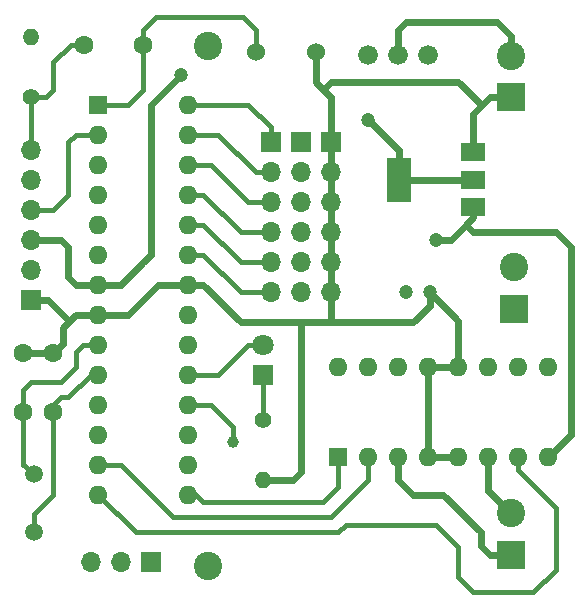
<source format=gbl>
G04 #@! TF.GenerationSoftware,KiCad,Pcbnew,(5.1.4)-1*
G04 #@! TF.CreationDate,2019-08-18T14:13:06+02:00*
G04 #@! TF.ProjectId,MicoBot1,4d69636f-426f-4743-912e-6b696361645f,rev?*
G04 #@! TF.SameCoordinates,Original*
G04 #@! TF.FileFunction,Copper,L2,Bot*
G04 #@! TF.FilePolarity,Positive*
%FSLAX46Y46*%
G04 Gerber Fmt 4.6, Leading zero omitted, Abs format (unit mm)*
G04 Created by KiCad (PCBNEW (5.1.4)-1) date 2019-08-18 14:13:06*
%MOMM*%
%LPD*%
G04 APERTURE LIST*
%ADD10C,2.400000*%
%ADD11R,1.600000X1.600000*%
%ADD12O,1.600000X1.600000*%
%ADD13C,1.524000*%
%ADD14R,2.000000X3.800000*%
%ADD15R,2.000000X1.500000*%
%ADD16C,1.676400*%
%ADD17C,1.400000*%
%ADD18O,1.400000X1.400000*%
%ADD19R,1.800000X1.800000*%
%ADD20C,1.800000*%
%ADD21C,1.600000*%
%ADD22C,1.500000*%
%ADD23C,1.200000*%
%ADD24R,2.400000X2.400000*%
%ADD25R,1.700000X1.700000*%
%ADD26O,1.700000X1.700000*%
%ADD27C,1.000000*%
%ADD28C,0.400000*%
%ADD29C,0.600000*%
G04 APERTURE END LIST*
D10*
X118500000Y-147000000D03*
X118500000Y-103000000D03*
D11*
X109220000Y-107950000D03*
D12*
X116840000Y-140970000D03*
X109220000Y-110490000D03*
X116840000Y-138430000D03*
X109220000Y-113030000D03*
X116840000Y-135890000D03*
X109220000Y-115570000D03*
X116840000Y-133350000D03*
X109220000Y-118110000D03*
X116840000Y-130810000D03*
X109220000Y-120650000D03*
X116840000Y-128270000D03*
X109220000Y-123190000D03*
X116840000Y-125730000D03*
X109220000Y-125730000D03*
X116840000Y-123190000D03*
X109220000Y-128270000D03*
X116840000Y-120650000D03*
X109220000Y-130810000D03*
X116840000Y-118110000D03*
X109220000Y-133350000D03*
X116840000Y-115570000D03*
X109220000Y-135890000D03*
X116840000Y-113030000D03*
X109220000Y-138430000D03*
X116840000Y-110490000D03*
X109220000Y-140970000D03*
X116840000Y-107950000D03*
D11*
X129540000Y-137795000D03*
D12*
X147320000Y-130175000D03*
X132080000Y-137795000D03*
X144780000Y-130175000D03*
X134620000Y-137795000D03*
X142240000Y-130175000D03*
X137160000Y-137795000D03*
X139700000Y-130175000D03*
X139700000Y-137795000D03*
X137160000Y-130175000D03*
X142240000Y-137795000D03*
X134620000Y-130175000D03*
X144780000Y-137795000D03*
X132080000Y-130175000D03*
X147320000Y-137795000D03*
X129540000Y-130175000D03*
D13*
X122555000Y-103505000D03*
X127635000Y-103505000D03*
D14*
X134645000Y-114300000D03*
D15*
X140945000Y-114300000D03*
X140945000Y-116600000D03*
X140945000Y-112000000D03*
D16*
X132080000Y-103759000D03*
X137160000Y-103759000D03*
X134620000Y-103759000D03*
D17*
X123190000Y-134620000D03*
D18*
X123190000Y-139700000D03*
D19*
X123190000Y-130810000D03*
D20*
X123190000Y-128270000D03*
D21*
X105410000Y-133985000D03*
X105410000Y-128985000D03*
X102870000Y-128985000D03*
X102870000Y-133985000D03*
X113030000Y-102870000D03*
X108030000Y-102870000D03*
D17*
X103505000Y-107315000D03*
D18*
X103505000Y-102235000D03*
D22*
X103759000Y-144145000D03*
X103759000Y-139265000D03*
D23*
X135255000Y-123825000D03*
X137255000Y-123825000D03*
D24*
X144145000Y-107315000D03*
D10*
X144145000Y-103815000D03*
D24*
X144145000Y-146050000D03*
D10*
X144145000Y-142550000D03*
X144399000Y-121722000D03*
D24*
X144399000Y-125222000D03*
D25*
X123825000Y-111125000D03*
D26*
X123825000Y-113665000D03*
X123825000Y-116205000D03*
X123825000Y-118745000D03*
X123825000Y-121285000D03*
X123825000Y-123825000D03*
D25*
X113665000Y-146685000D03*
D26*
X111125000Y-146685000D03*
X108585000Y-146685000D03*
X103505000Y-111760000D03*
X103505000Y-114300000D03*
X103505000Y-116840000D03*
X103505000Y-119380000D03*
X103505000Y-121920000D03*
D25*
X103505000Y-124460000D03*
D26*
X126365000Y-123825000D03*
X126365000Y-121285000D03*
X126365000Y-118745000D03*
X126365000Y-116205000D03*
X126365000Y-113665000D03*
D25*
X126365000Y-111125000D03*
X128905000Y-111125000D03*
D26*
X128905000Y-113665000D03*
X128905000Y-116205000D03*
X128905000Y-118745000D03*
X128905000Y-121285000D03*
X128905000Y-123825000D03*
D23*
X132080000Y-109220000D03*
X116205000Y-105410000D03*
D27*
X120650000Y-136525000D03*
D23*
X137795000Y-119380000D03*
D28*
X113030000Y-101600000D02*
X113030000Y-102870000D01*
X114119990Y-100510010D02*
X113030000Y-101600000D01*
X121465010Y-100510010D02*
X114119990Y-100510010D01*
X122555000Y-103505000D02*
X122555000Y-101600000D01*
X122555000Y-101600000D02*
X121465010Y-100510010D01*
X111760000Y-107950000D02*
X109220000Y-107950000D01*
X113030000Y-102870000D02*
X113030000Y-106680000D01*
X113030000Y-106680000D02*
X111760000Y-107950000D01*
X104775000Y-107315000D02*
X103505000Y-107315000D01*
X105410000Y-106680000D02*
X104775000Y-107315000D01*
X105410000Y-104358630D02*
X105410000Y-106680000D01*
X108030000Y-102870000D02*
X106898630Y-102870000D01*
X106898630Y-102870000D02*
X105410000Y-104358630D01*
X103505000Y-107315000D02*
X103505000Y-111760000D01*
D29*
X140945000Y-114300000D02*
X134645000Y-114300000D01*
X134645000Y-114300000D02*
X134645000Y-111785000D01*
X134645000Y-111785000D02*
X132080000Y-109220000D01*
X109220000Y-123190000D02*
X111125000Y-123190000D01*
X111125000Y-123190000D02*
X113030000Y-121285000D01*
X113030000Y-121285000D02*
X113665000Y-120650000D01*
X113665000Y-120650000D02*
X113665000Y-109220000D01*
X113665000Y-109220000D02*
X113665000Y-107950000D01*
X113665000Y-107950000D02*
X116205000Y-105410000D01*
X103505000Y-119380000D02*
X106045000Y-119380000D01*
X106045000Y-119380000D02*
X106680000Y-120015000D01*
X106680000Y-120015000D02*
X106680000Y-122555000D01*
X107315000Y-123190000D02*
X109220000Y-123190000D01*
X106680000Y-122555000D02*
X107315000Y-123190000D01*
X127635000Y-103505000D02*
X127635000Y-106045000D01*
X128905000Y-107315000D02*
X128905000Y-111125000D01*
X102870000Y-128985000D02*
X105410000Y-128985000D01*
X106209999Y-128185001D02*
X106209999Y-126835001D01*
X105410000Y-128985000D02*
X106209999Y-128185001D01*
X107315000Y-125730000D02*
X109220000Y-125730000D01*
X128905000Y-111125000D02*
X128905000Y-123825000D01*
X140945000Y-108715000D02*
X140945000Y-112000000D01*
X144145000Y-107315000D02*
X142345000Y-107315000D01*
X141657500Y-108002500D02*
X140945000Y-108715000D01*
X142345000Y-107315000D02*
X141657500Y-108002500D01*
X128905000Y-106045000D02*
X128270000Y-106680000D01*
X139700000Y-106045000D02*
X128905000Y-106045000D01*
X141657500Y-108002500D02*
X139700000Y-106045000D01*
X127635000Y-106045000D02*
X128270000Y-106680000D01*
X128270000Y-106680000D02*
X128905000Y-107315000D01*
X137255000Y-123825000D02*
X139700000Y-126270000D01*
X139700000Y-126270000D02*
X139700000Y-130175000D01*
X139700000Y-130175000D02*
X137160000Y-130175000D01*
X137160000Y-130175000D02*
X137160000Y-137795000D01*
X139700000Y-137795000D02*
X137160000Y-137795000D01*
X118110000Y-123190000D02*
X116840000Y-123190000D01*
X121285000Y-126365000D02*
X118110000Y-123190000D01*
X137255000Y-123825000D02*
X137255000Y-125000000D01*
X137255000Y-125000000D02*
X135890000Y-126365000D01*
X128905000Y-123825000D02*
X128905000Y-126365000D01*
X135890000Y-126365000D02*
X128905000Y-126365000D01*
X123190000Y-139700000D02*
X125730000Y-139700000D01*
X126365000Y-139065000D02*
X126365000Y-126365000D01*
X125730000Y-139700000D02*
X126365000Y-139065000D01*
X128905000Y-126365000D02*
X126365000Y-126365000D01*
X126365000Y-126365000D02*
X121285000Y-126365000D01*
X109220000Y-125730000D02*
X111760000Y-125730000D01*
X114300000Y-123190000D02*
X116840000Y-123190000D01*
X111760000Y-125730000D02*
X114300000Y-123190000D01*
X106680000Y-126185000D02*
X106680000Y-126365000D01*
X104955000Y-124460000D02*
X106680000Y-126185000D01*
X103505000Y-124460000D02*
X104955000Y-124460000D01*
X106209999Y-126835001D02*
X106680000Y-126365000D01*
X106680000Y-126365000D02*
X107315000Y-125730000D01*
X134620000Y-101600000D02*
X134620000Y-103759000D01*
X135255000Y-100965000D02*
X134620000Y-101600000D01*
X142992056Y-100965000D02*
X135255000Y-100965000D01*
X144145000Y-103815000D02*
X144145000Y-102117944D01*
X144145000Y-102117944D02*
X142992056Y-100965000D01*
D28*
X123190000Y-130810000D02*
X123190000Y-134620000D01*
X119380000Y-130810000D02*
X116840000Y-130810000D01*
X121285000Y-128905000D02*
X119380000Y-130810000D01*
X121917208Y-128270000D02*
X123190000Y-128270000D01*
X121285000Y-128902208D02*
X121917208Y-128270000D01*
X121285000Y-128905000D02*
X121285000Y-128902208D01*
X105410000Y-133985000D02*
X105410000Y-133350000D01*
X105410000Y-133350000D02*
X106045000Y-132715000D01*
X106045000Y-132715000D02*
X106680000Y-132715000D01*
X106680000Y-132715000D02*
X108585000Y-130810000D01*
X108585000Y-130810000D02*
X109220000Y-130810000D01*
X103759000Y-142621000D02*
X103759000Y-144145000D01*
X105410000Y-133985000D02*
X105410000Y-140970000D01*
X105410000Y-140970000D02*
X103759000Y-142621000D01*
X107950000Y-128270000D02*
X109220000Y-128270000D01*
X102870000Y-132080000D02*
X103505000Y-131445000D01*
X102870000Y-133985000D02*
X102870000Y-132080000D01*
X103505000Y-131445000D02*
X106045000Y-131445000D01*
X106045000Y-131445000D02*
X107315000Y-130175000D01*
X107315000Y-130175000D02*
X107315000Y-128905000D01*
X107315000Y-128905000D02*
X107950000Y-128270000D01*
X102870000Y-133985000D02*
X102870000Y-138430000D01*
X102924000Y-138430000D02*
X103759000Y-139265000D01*
X102870000Y-138430000D02*
X102924000Y-138430000D01*
D29*
X142345000Y-146050000D02*
X144145000Y-146050000D01*
X134620000Y-137795000D02*
X134620000Y-139700000D01*
X134620000Y-139700000D02*
X135890000Y-140970000D01*
X135890000Y-140970000D02*
X138430000Y-140970000D01*
X138430000Y-140970000D02*
X141605000Y-144145000D01*
X141605000Y-144145000D02*
X141605000Y-145310000D01*
X141605000Y-145310000D02*
X142345000Y-146050000D01*
X142240000Y-140645000D02*
X144145000Y-142550000D01*
X142240000Y-137795000D02*
X142240000Y-140645000D01*
D28*
X129540000Y-137795000D02*
X129540000Y-140335000D01*
X129540000Y-140335000D02*
X128270000Y-141605000D01*
X128270000Y-141605000D02*
X118110000Y-141605000D01*
X118110000Y-141605000D02*
X117475000Y-140970000D01*
X117475000Y-140970000D02*
X116840000Y-140970000D01*
X120650000Y-136525000D02*
X120650000Y-135255000D01*
X120650000Y-135255000D02*
X118745000Y-133350000D01*
X118745000Y-133350000D02*
X116840000Y-133350000D01*
X132080000Y-137795000D02*
X132080000Y-139700000D01*
X132080000Y-139700000D02*
X128905000Y-142875000D01*
X128905000Y-142875000D02*
X115570000Y-142875000D01*
X115570000Y-142875000D02*
X111125000Y-138430000D01*
X111125000Y-138430000D02*
X109220000Y-138430000D01*
X129540000Y-144145000D02*
X112395000Y-144145000D01*
X130175000Y-143510000D02*
X129540000Y-144145000D01*
X137795000Y-143510000D02*
X130175000Y-143510000D01*
X139700000Y-145415000D02*
X137795000Y-143510000D01*
X112395000Y-144145000D02*
X109220000Y-140970000D01*
X139700000Y-147955000D02*
X139700000Y-145415000D01*
X144780000Y-138926370D02*
X147955000Y-142101370D01*
X144780000Y-137795000D02*
X144780000Y-138926370D01*
X147955000Y-142101370D02*
X147955000Y-147320000D01*
X147955000Y-147320000D02*
X146050000Y-149225000D01*
X146050000Y-149225000D02*
X140970000Y-149225000D01*
X140970000Y-149225000D02*
X139700000Y-147955000D01*
D29*
X137795000Y-119380000D02*
X139065000Y-119380000D01*
X140945000Y-117450000D02*
X140945000Y-116600000D01*
X140970000Y-117475000D02*
X140945000Y-117450000D01*
X140335000Y-118110000D02*
X140970000Y-118745000D01*
X140335000Y-118110000D02*
X140970000Y-117475000D01*
X139065000Y-119380000D02*
X140335000Y-118110000D01*
X140970000Y-118745000D02*
X147955000Y-118745000D01*
X147955000Y-118745000D02*
X149225000Y-120015000D01*
X149225000Y-135890000D02*
X147320000Y-137795000D01*
X149225000Y-120015000D02*
X149225000Y-135890000D01*
D28*
X123825000Y-109875000D02*
X123825000Y-111125000D01*
X121900000Y-107950000D02*
X123825000Y-109875000D01*
X116840000Y-107950000D02*
X121900000Y-107950000D01*
X116840000Y-110490000D02*
X119380000Y-110490000D01*
X119380000Y-110490000D02*
X122555000Y-113665000D01*
X122555000Y-113665000D02*
X123825000Y-113665000D01*
X116840000Y-113030000D02*
X118745000Y-113030000D01*
X118745000Y-113030000D02*
X121920000Y-116205000D01*
X121920000Y-116205000D02*
X123825000Y-116205000D01*
X116840000Y-115570000D02*
X118110000Y-115570000D01*
X121285000Y-118745000D02*
X123825000Y-118745000D01*
X118110000Y-115570000D02*
X121285000Y-118745000D01*
X116840000Y-118110000D02*
X118110000Y-118110000D01*
X118110000Y-118110000D02*
X121285000Y-121285000D01*
X121285000Y-121285000D02*
X123825000Y-121285000D01*
X116840000Y-120650000D02*
X118110000Y-120650000D01*
X118110000Y-120650000D02*
X121285000Y-123825000D01*
X121285000Y-123825000D02*
X123825000Y-123825000D01*
X107315000Y-110490000D02*
X109220000Y-110490000D01*
X106680000Y-111125000D02*
X107315000Y-110490000D01*
X106680000Y-115570000D02*
X106680000Y-111125000D01*
X103505000Y-116840000D02*
X105410000Y-116840000D01*
X105410000Y-116840000D02*
X106680000Y-115570000D01*
M02*

</source>
